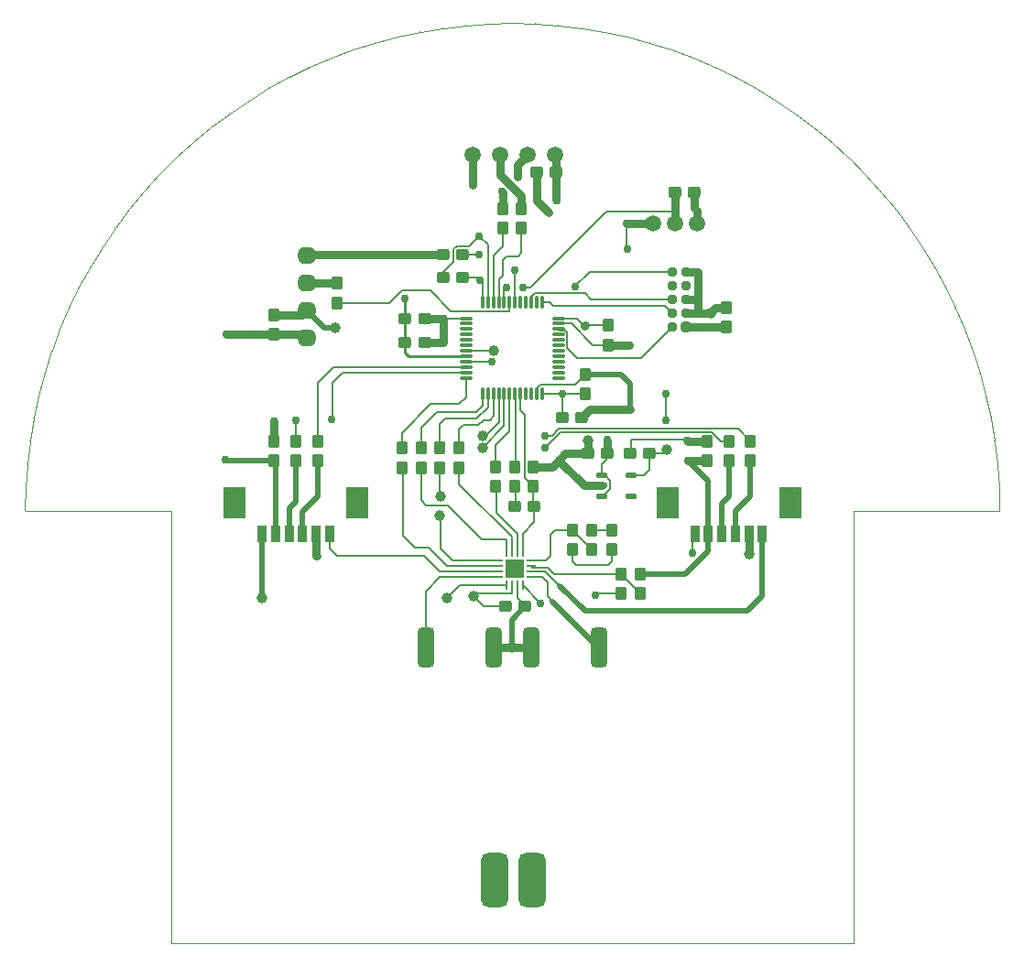
<source format=gtl>
%FSLAX25Y25*%
%MOIN*%
G70*
G01*
G75*
G04 Layer_Physical_Order=1*
G04 Layer_Color=255*
G04:AMPARAMS|DCode=10|XSize=41.34mil|YSize=47.24mil|CornerRadius=10.34mil|HoleSize=0mil|Usage=FLASHONLY|Rotation=0.000|XOffset=0mil|YOffset=0mil|HoleType=Round|Shape=RoundedRectangle|*
%AMROUNDEDRECTD10*
21,1,0.04134,0.02658,0,0,0.0*
21,1,0.02067,0.04724,0,0,0.0*
1,1,0.02067,0.01034,-0.01329*
1,1,0.02067,-0.01034,-0.01329*
1,1,0.02067,-0.01034,0.01329*
1,1,0.02067,0.01034,0.01329*
%
%ADD10ROUNDEDRECTD10*%
G04:AMPARAMS|DCode=11|XSize=41.34mil|YSize=47.24mil|CornerRadius=10.34mil|HoleSize=0mil|Usage=FLASHONLY|Rotation=270.000|XOffset=0mil|YOffset=0mil|HoleType=Round|Shape=RoundedRectangle|*
%AMROUNDEDRECTD11*
21,1,0.04134,0.02658,0,0,270.0*
21,1,0.02067,0.04724,0,0,270.0*
1,1,0.02067,-0.01329,-0.01034*
1,1,0.02067,-0.01329,0.01034*
1,1,0.02067,0.01329,0.01034*
1,1,0.02067,0.01329,-0.01034*
%
%ADD11ROUNDEDRECTD11*%
%ADD12R,0.07087X0.07087*%
%ADD13O,0.00984X0.03543*%
%ADD14O,0.03543X0.00984*%
G04:AMPARAMS|DCode=15|XSize=21.65mil|YSize=39.37mil|CornerRadius=5.41mil|HoleSize=0mil|Usage=FLASHONLY|Rotation=270.000|XOffset=0mil|YOffset=0mil|HoleType=Round|Shape=RoundedRectangle|*
%AMROUNDEDRECTD15*
21,1,0.02165,0.02854,0,0,270.0*
21,1,0.01083,0.03937,0,0,270.0*
1,1,0.01083,-0.01427,-0.00541*
1,1,0.01083,-0.01427,0.00541*
1,1,0.01083,0.01427,0.00541*
1,1,0.01083,0.01427,-0.00541*
%
%ADD15ROUNDEDRECTD15*%
G04:AMPARAMS|DCode=16|XSize=145.67mil|YSize=59.06mil|CornerRadius=14.76mil|HoleSize=0mil|Usage=FLASHONLY|Rotation=270.000|XOffset=0mil|YOffset=0mil|HoleType=Round|Shape=RoundedRectangle|*
%AMROUNDEDRECTD16*
21,1,0.14567,0.02953,0,0,270.0*
21,1,0.11614,0.05906,0,0,270.0*
1,1,0.02953,-0.01476,-0.05807*
1,1,0.02953,-0.01476,0.05807*
1,1,0.02953,0.01476,0.05807*
1,1,0.02953,0.01476,-0.05807*
%
%ADD16ROUNDEDRECTD16*%
%ADD17R,0.03189X0.06299*%
%ADD18R,0.08268X0.11811*%
G04:AMPARAMS|DCode=19|XSize=41.34mil|YSize=47.24mil|CornerRadius=10.34mil|HoleSize=0mil|Usage=FLASHONLY|Rotation=360.000|XOffset=0mil|YOffset=0mil|HoleType=Round|Shape=RoundedRectangle|*
%AMROUNDEDRECTD19*
21,1,0.04134,0.02658,0,0,360.0*
21,1,0.02067,0.04724,0,0,360.0*
1,1,0.02067,0.01034,-0.01329*
1,1,0.02067,-0.01034,-0.01329*
1,1,0.02067,-0.01034,0.01329*
1,1,0.02067,0.01034,0.01329*
%
%ADD19ROUNDEDRECTD19*%
G04:AMPARAMS|DCode=20|XSize=98.43mil|YSize=196.85mil|CornerRadius=24.61mil|HoleSize=0mil|Usage=FLASHONLY|Rotation=180.000|XOffset=0mil|YOffset=0mil|HoleType=Round|Shape=RoundedRectangle|*
%AMROUNDEDRECTD20*
21,1,0.09843,0.14764,0,0,180.0*
21,1,0.04921,0.19685,0,0,180.0*
1,1,0.04921,-0.02461,0.07382*
1,1,0.04921,0.02461,0.07382*
1,1,0.04921,0.02461,-0.07382*
1,1,0.04921,-0.02461,-0.07382*
%
%ADD20ROUNDEDRECTD20*%
%ADD21C,0.05906*%
G04:AMPARAMS|DCode=22|XSize=11.81mil|YSize=47.24mil|CornerRadius=2.95mil|HoleSize=0mil|Usage=FLASHONLY|Rotation=180.000|XOffset=0mil|YOffset=0mil|HoleType=Round|Shape=RoundedRectangle|*
%AMROUNDEDRECTD22*
21,1,0.01181,0.04134,0,0,180.0*
21,1,0.00591,0.04724,0,0,180.0*
1,1,0.00591,-0.00295,0.02067*
1,1,0.00591,0.00295,0.02067*
1,1,0.00591,0.00295,-0.02067*
1,1,0.00591,-0.00295,-0.02067*
%
%ADD22ROUNDEDRECTD22*%
G04:AMPARAMS|DCode=23|XSize=11.81mil|YSize=47.24mil|CornerRadius=2.95mil|HoleSize=0mil|Usage=FLASHONLY|Rotation=90.000|XOffset=0mil|YOffset=0mil|HoleType=Round|Shape=RoundedRectangle|*
%AMROUNDEDRECTD23*
21,1,0.01181,0.04134,0,0,90.0*
21,1,0.00591,0.04724,0,0,90.0*
1,1,0.00591,0.02067,0.00295*
1,1,0.00591,0.02067,-0.00295*
1,1,0.00591,-0.02067,-0.00295*
1,1,0.00591,-0.02067,0.00295*
%
%ADD23ROUNDEDRECTD23*%
%ADD24C,0.00787*%
%ADD25C,0.01969*%
%ADD26C,0.03150*%
%ADD27C,0.00984*%
%ADD28C,0.00394*%
%ADD29C,0.00394*%
%ADD30O,0.07087X0.06299*%
G04:AMPARAMS|DCode=31|XSize=37.4mil|YSize=37.4mil|CornerRadius=9.35mil|HoleSize=0mil|Usage=FLASHONLY|Rotation=90.000|XOffset=0mil|YOffset=0mil|HoleType=Round|Shape=RoundedRectangle|*
%AMROUNDEDRECTD31*
21,1,0.03740,0.01870,0,0,90.0*
21,1,0.01870,0.03740,0,0,90.0*
1,1,0.01870,0.00935,0.00935*
1,1,0.01870,0.00935,-0.00935*
1,1,0.01870,-0.00935,-0.00935*
1,1,0.01870,-0.00935,0.00935*
%
%ADD31ROUNDEDRECTD31*%
%ADD32C,0.03740*%
%ADD33C,0.02953*%
%ADD34C,0.03937*%
%ADD35C,0.01969*%
D10*
X29035Y150197D02*
D03*
Y143110D02*
D03*
X21850Y143110D02*
D03*
Y150197D02*
D03*
X46555Y127067D02*
D03*
Y134153D02*
D03*
X7677Y173228D02*
D03*
Y166142D02*
D03*
X39469Y127067D02*
D03*
Y134153D02*
D03*
X36122Y143110D02*
D03*
Y150197D02*
D03*
X-86713Y228642D02*
D03*
Y221555D02*
D03*
X-63878Y232972D02*
D03*
Y240059D02*
D03*
X86614Y182677D02*
D03*
Y175591D02*
D03*
X78740Y182677D02*
D03*
Y175591D02*
D03*
X70866Y182677D02*
D03*
Y175591D02*
D03*
X-70866Y182677D02*
D03*
Y175591D02*
D03*
X-86614Y182677D02*
D03*
Y175591D02*
D03*
X3347Y260236D02*
D03*
Y267323D02*
D03*
X-3445Y267323D02*
D03*
Y260236D02*
D03*
X984Y166142D02*
D03*
Y173228D02*
D03*
X-6004Y166142D02*
D03*
Y173228D02*
D03*
X-19390Y173031D02*
D03*
Y180118D02*
D03*
X-26280Y173031D02*
D03*
Y180118D02*
D03*
X-33169Y173031D02*
D03*
Y180118D02*
D03*
X-40059Y173031D02*
D03*
Y180118D02*
D03*
X77756Y224213D02*
D03*
Y231299D02*
D03*
X34843Y224803D02*
D03*
Y217717D02*
D03*
X26476Y199803D02*
D03*
Y206890D02*
D03*
D11*
X4528Y122441D02*
D03*
X-2559D02*
D03*
X7874Y158957D02*
D03*
X787D02*
D03*
X42815Y178051D02*
D03*
X49902D02*
D03*
X27461D02*
D03*
X34547D02*
D03*
X8957Y280413D02*
D03*
X16043D02*
D03*
X-25197Y250689D02*
D03*
X-18110D02*
D03*
X66339Y273228D02*
D03*
X59252D02*
D03*
X-31890Y227362D02*
D03*
X-38976D02*
D03*
X-31890Y218504D02*
D03*
X-38976D02*
D03*
X-18110Y242323D02*
D03*
X-25197D02*
D03*
X18209Y191339D02*
D03*
X25295D02*
D03*
D12*
X787Y136122D02*
D03*
D13*
X-2165Y142126D02*
D03*
X-197D02*
D03*
X1772D02*
D03*
X3740D02*
D03*
Y130118D02*
D03*
X1772D02*
D03*
X-197D02*
D03*
X-2165D02*
D03*
D14*
X6791Y139075D02*
D03*
Y137106D02*
D03*
Y135138D02*
D03*
Y133169D02*
D03*
X-5217D02*
D03*
Y135138D02*
D03*
Y137106D02*
D03*
Y139075D02*
D03*
D15*
X43307Y170177D02*
D03*
Y162697D02*
D03*
X32677D02*
D03*
Y166437D02*
D03*
Y170177D02*
D03*
D16*
X-31496Y107579D02*
D03*
X-6890D02*
D03*
X31496D02*
D03*
X6890D02*
D03*
D17*
X66437Y148937D02*
D03*
X71358D02*
D03*
X81201D02*
D03*
X91043D02*
D03*
X86122D02*
D03*
X76279D02*
D03*
X-91043D02*
D03*
X-86122D02*
D03*
X-76279D02*
D03*
X-66437D02*
D03*
X-71358D02*
D03*
X-81201D02*
D03*
D18*
X101083Y160354D02*
D03*
X56398D02*
D03*
X-56398D02*
D03*
X-101083D02*
D03*
D19*
X-78740Y182677D02*
D03*
Y175591D02*
D03*
D20*
X-6476Y23031D02*
D03*
X7303D02*
D03*
D21*
X67224Y262008D02*
D03*
X59301Y261811D02*
D03*
X51378Y261910D02*
D03*
X-14410Y287008D02*
D03*
X-4409D02*
D03*
X5591D02*
D03*
X15590D02*
D03*
X-4587Y23031D02*
D03*
X5413D02*
D03*
D22*
X-10827Y233268D02*
D03*
X-8858D02*
D03*
X-6890D02*
D03*
X-4921D02*
D03*
X-2953D02*
D03*
X984D02*
D03*
X2953D02*
D03*
X4921D02*
D03*
X6890D02*
D03*
X8858D02*
D03*
X10827D02*
D03*
Y199803D02*
D03*
X8858D02*
D03*
X6890D02*
D03*
X4921D02*
D03*
X2953D02*
D03*
X984D02*
D03*
X-984D02*
D03*
X-2953D02*
D03*
X-4921D02*
D03*
X-6890D02*
D03*
X-8858D02*
D03*
X-10827D02*
D03*
X-984Y233268D02*
D03*
D23*
X16732Y227362D02*
D03*
Y225394D02*
D03*
Y223425D02*
D03*
Y221457D02*
D03*
Y219488D02*
D03*
Y217520D02*
D03*
Y213583D02*
D03*
Y209646D02*
D03*
Y207677D02*
D03*
Y205709D02*
D03*
X-16732D02*
D03*
Y207677D02*
D03*
Y209646D02*
D03*
Y211614D02*
D03*
Y213583D02*
D03*
Y215551D02*
D03*
Y217520D02*
D03*
Y219488D02*
D03*
Y221457D02*
D03*
Y223425D02*
D03*
Y225394D02*
D03*
Y227362D02*
D03*
X16732Y215551D02*
D03*
Y211614D02*
D03*
D24*
X55908Y190167D02*
X56004Y190262D01*
Y199803D01*
X49902Y178051D02*
X56201D01*
Y179528D01*
X-26083Y143504D02*
Y155610D01*
Y143504D02*
X-21654Y139075D01*
X49902Y172343D02*
Y178051D01*
X47736Y170177D02*
X49902Y172343D01*
X43307Y170177D02*
X47736D01*
X42618Y217717D02*
X42717Y217618D01*
X29134Y217717D02*
X34843D01*
X21457Y225394D02*
X29134Y217717D01*
X12795Y126083D02*
X14665Y124213D01*
X11811Y135138D02*
X17126Y129823D01*
X6791Y135138D02*
X11811D01*
X3740Y130118D02*
X10335Y123524D01*
X65653Y141838D02*
Y148153D01*
X10242Y123431D02*
X10335Y123524D01*
X30217Y127067D02*
X39469D01*
X28110Y244350D02*
X58130D01*
X22687Y238927D02*
X28110Y244350D01*
X8074Y236516D02*
X26476D01*
X-6999Y215551D02*
X-6890Y215660D01*
X-7579Y211614D02*
X-7480Y211713D01*
X-16732Y211614D02*
X-7579D01*
X26476Y236516D02*
X28642Y234350D01*
X10827Y233268D02*
X13484D01*
X55492Y231988D02*
X58130Y229350D01*
X14764Y231988D02*
X55492D01*
X13484Y233268D02*
X14764Y231988D01*
X6791Y233169D02*
Y235233D01*
X8074Y236516D01*
X3937Y238583D02*
X6583D01*
X34339Y266339D01*
X984Y233268D02*
Y244980D01*
X-2953Y237413D02*
X-1969Y238398D01*
X43110Y183071D02*
X63386D01*
X43110Y178347D02*
Y183071D01*
X42815Y178051D02*
X43110Y178347D01*
X-26280Y162500D02*
X-26181Y162402D01*
X-26280Y162500D02*
Y173031D01*
X-33268Y161122D02*
Y172933D01*
Y161122D02*
X-31398Y159252D01*
X-23327D01*
X-11122Y147047D01*
X-2165D01*
X-21654Y139075D02*
X-5217D01*
X-2165Y142126D02*
Y147047D01*
X-23622Y125689D02*
X-19193Y130118D01*
X-2165D01*
X6791Y137106D02*
X7382Y136516D01*
X12735D01*
X15097Y134153D01*
X39469D01*
X46555Y127067D01*
X46555D01*
X-12795Y242323D02*
X-11811Y241339D01*
X46772Y212992D02*
X58130Y224350D01*
X23622Y212992D02*
X46772D01*
X19980Y216634D02*
X23622Y212992D01*
X19980Y216634D02*
Y222241D01*
X19288Y222933D02*
X19980Y222241D01*
X17224Y222933D02*
X19288D01*
X16732Y223425D02*
X17224Y222933D01*
X16732Y225394D02*
X21457D01*
X28642Y234350D02*
X58130D01*
X-2165Y249902D02*
X2165D01*
X3347Y251083D01*
X-3445Y248622D02*
X-2165Y249902D01*
X34339Y266339D02*
X59252D01*
X-2953Y233268D02*
Y237413D01*
X-15650Y253642D02*
X-12008Y257283D01*
X-20234Y253642D02*
X-15650D01*
X-21358Y252517D02*
X-20234Y253642D01*
X-21358Y247933D02*
Y252517D01*
X-25197Y244094D02*
X-21358Y247933D01*
X-25197Y242323D02*
Y244094D01*
X23720Y227362D02*
X26378Y224705D01*
X26476Y224803D02*
X34843D01*
X-25197Y218504D02*
X-25098Y218602D01*
X41634Y252723D02*
Y261910D01*
Y252723D02*
X41732Y252624D01*
X16732Y227362D02*
X23720D01*
X-44785Y232972D02*
X-40257Y237500D01*
X-29920D01*
X-22440Y230020D01*
X-40256Y180118D02*
Y185630D01*
X-16929Y198622D02*
Y205512D01*
X-3445Y253543D02*
Y260236D01*
X3347Y251083D02*
Y260236D01*
X-4921Y233268D02*
Y241535D01*
X-3445Y243012D01*
Y248622D01*
X-6791Y250197D02*
X-3445Y253543D01*
X-6791Y233366D02*
Y250197D01*
X-8858Y194980D02*
Y199803D01*
X-12303Y188583D02*
X-10531Y190354D01*
X-8268D01*
X-6890Y191732D01*
Y199803D01*
X-27559Y193307D02*
X-12992D01*
X-10827Y195472D01*
Y199803D01*
X-33169Y180118D02*
Y187697D01*
X-27559Y193307D01*
X-12992Y190847D02*
X-8858Y194980D01*
X-24311Y190847D02*
X-12992D01*
X-26280Y188878D02*
X-24311Y190847D01*
X-26280Y180118D02*
Y188878D01*
X-40256Y185630D02*
X-29626Y196260D01*
X-19291D01*
X-16929Y198622D01*
X-19390Y186811D02*
X-17618Y188583D01*
X-12303D01*
X-19390Y180118D02*
Y186811D01*
X2953Y199803D02*
X3051Y199705D01*
X-18110Y250689D02*
X-12106D01*
X18209Y191339D02*
Y199803D01*
X26476D01*
X10827D02*
X18209D01*
X10827Y199803D02*
X10827Y199803D01*
X-70866Y182677D02*
Y203740D01*
X-64961Y209646D01*
X-16732D01*
X-61614Y207677D02*
X-16732D01*
X-65551Y203740D02*
X-61614Y207677D01*
X-65551Y190650D02*
Y203740D01*
X-65650Y190551D02*
X-65551Y190650D01*
X-78642Y182776D02*
Y190157D01*
X-78740Y182677D02*
X-78642Y182776D01*
X-76349Y228642D02*
X-74735Y230256D01*
X-64075Y240256D02*
X-63878Y240059D01*
X-2953Y188091D02*
Y199803D01*
X-984Y186319D02*
Y199803D01*
X-6004Y173228D02*
Y181299D01*
X984Y199803D02*
X1181Y199606D01*
Y173425D02*
Y199606D01*
X2953Y193799D02*
Y199803D01*
X-10827Y180217D02*
X-2953Y188091D01*
X-10729Y184655D02*
X-10326D01*
X-4921Y189567D02*
Y199803D01*
X-9833Y184655D02*
X-4921Y189567D01*
X32677Y170177D02*
Y174311D01*
X34547Y176181D01*
X32677Y162697D02*
X32924D01*
X35531Y165305D01*
Y168381D01*
X33736Y170177D02*
X35531Y168381D01*
X32677Y170177D02*
X33736D01*
X3740Y142126D02*
Y146161D01*
X1378Y159055D02*
Y165748D01*
X3740Y148917D02*
X7874Y153051D01*
X3740Y146161D02*
Y148917D01*
X7874Y153051D02*
Y158957D01*
X4626Y169193D02*
X7677Y166142D01*
X4626Y169193D02*
Y192126D01*
X7677Y158661D02*
Y166142D01*
X2953Y193799D02*
X4626Y192126D01*
X-31496Y107579D02*
Y127953D01*
X-26280Y133169D01*
X-5217D01*
X10925D02*
X12795Y131299D01*
X6791Y133169D02*
X10925D01*
X-2559Y122441D02*
Y123031D01*
X1772Y125394D02*
Y130118D01*
Y125394D02*
X4528Y122638D01*
X1772Y142126D02*
Y148917D01*
X-5906Y156595D02*
X1772Y148917D01*
X-5906Y156595D02*
Y166043D01*
X-197Y142126D02*
Y147835D01*
X-19390Y167027D02*
X-197Y147835D01*
X-26476Y135138D02*
X-5217D01*
X-32087Y140748D02*
X-26476Y135138D01*
X-63681Y140748D02*
X-32087D01*
X-66437Y143504D02*
X-63681Y140748D01*
X-66437Y143504D02*
Y148937D01*
X-6004Y181299D02*
X-984Y186319D01*
X-6004Y181299D02*
X-6004D01*
X-19390Y167027D02*
Y173031D01*
X-23819Y137106D02*
X-5217D01*
X-40157Y172933D02*
X-40059Y173031D01*
X-30512Y143799D02*
X-23819Y137106D01*
X-35433Y143799D02*
X-30512D01*
X-39862Y148228D02*
X-35433Y143799D01*
X-39862Y148228D02*
Y172835D01*
X-40059Y173031D02*
X-39862Y172835D01*
X29035Y150197D02*
X36122D01*
X21850Y138779D02*
Y143110D01*
Y138779D02*
X23130Y137500D01*
X34843D01*
X36122Y138779D01*
Y143110D01*
X21850Y150197D02*
X21949D01*
X29035Y143110D01*
X6791Y139075D02*
X12106D01*
X13780Y140748D01*
Y148386D01*
X15590Y150197D01*
X21850D01*
X-63878Y232972D02*
X-44785D01*
X-984Y230020D02*
Y233268D01*
X-22440Y230020D02*
X-984D01*
X-16732Y215551D02*
X-6999D01*
X-25098Y227362D02*
X-16732D01*
X12795Y126083D02*
Y131299D01*
X8858Y199803D02*
X9350Y200295D01*
Y202359D01*
X10180Y203189D01*
X22776D01*
X26476Y206890D01*
X-8858Y233268D02*
Y254134D01*
X-12008Y257283D02*
X-8858Y254134D01*
X-10827Y233268D02*
Y240354D01*
X-11811Y241339D02*
X-10827Y240354D01*
X-18110Y242323D02*
X-12795D01*
X72695Y185925D02*
X75943Y182677D01*
X17520Y185925D02*
X72695D01*
X75943Y182677D02*
X78740D01*
X11811Y180217D02*
X17520Y185925D01*
X16990Y187205D02*
X82087D01*
X14440Y184655D02*
X16990Y187205D01*
X11909Y184655D02*
X14440D01*
X82087Y187205D02*
X86614Y182677D01*
X-197Y127264D02*
Y130118D01*
X-10335Y122441D02*
X-2559D01*
X-14075Y126181D02*
X-10335Y122441D01*
X-14075Y126181D02*
X-12992Y127264D01*
X-197D01*
D25*
X42815Y194291D02*
Y203642D01*
X-74735Y230256D02*
X-68495Y224016D01*
X-64468D01*
X14665Y124213D02*
X31299Y107579D01*
X31496D01*
X26575Y120768D02*
X85433D01*
X17323Y130020D02*
X26575Y120768D01*
X85433D02*
X91043Y126378D01*
X-91043Y125689D02*
Y148937D01*
X-104134Y175591D02*
X-86614D01*
X-104429Y175886D02*
X-104232Y175689D01*
X-86614Y175591D02*
X-86122Y175098D01*
Y148937D02*
Y175098D01*
X71358Y142618D02*
Y148937D01*
X62894Y134153D02*
X71358Y142618D01*
X46555Y134153D02*
X62894D01*
X39567Y206890D02*
X42815Y203642D01*
X26476Y206890D02*
X39567D01*
X63976Y175492D02*
X71358Y168110D01*
Y148937D02*
Y168110D01*
X91043Y126378D02*
Y148937D01*
X-70866Y162598D02*
Y175591D01*
X-76476Y156988D02*
X-70866Y162598D01*
X-76476Y149134D02*
Y156988D01*
X-78740Y160531D02*
Y175591D01*
X-81201Y158071D02*
X-78740Y160531D01*
X-81201Y148937D02*
Y158071D01*
X78740Y162500D02*
Y175591D01*
X76181Y159941D02*
X78740Y162500D01*
X76181Y149035D02*
X76279Y148937D01*
X76181Y149035D02*
Y159941D01*
X86614Y162500D02*
Y175591D01*
X81201Y157087D02*
X86614Y162500D01*
X81201Y148937D02*
Y157087D01*
X-197Y117717D02*
X4528Y122441D01*
X-197Y107579D02*
Y117717D01*
D26*
X28248Y194291D02*
X42815D01*
X25295Y191339D02*
X28248Y194291D01*
X34843Y217717D02*
X42618D01*
X27461Y182972D02*
X27461Y182972D01*
X27461Y178051D02*
Y182972D01*
X63130Y224350D02*
X77618D01*
X59301Y261811D02*
Y273179D01*
X-86811Y189764D02*
X-86614Y189567D01*
Y182677D02*
Y189567D01*
X-86713Y221555D02*
X-76034D01*
X42815Y178051D02*
X43155D01*
X-31890Y218504D02*
X-25197D01*
X72067Y229350D02*
X74016Y231299D01*
X77756D01*
X-74302Y250689D02*
X-25197D01*
X-3543Y267421D02*
X-3445Y267323D01*
X3347Y267323D02*
Y271752D01*
X1772Y283189D02*
X5591Y287008D01*
X1772Y279034D02*
Y283189D01*
X-4409Y279508D02*
Y287008D01*
Y279508D02*
X3347Y271752D01*
X41634Y261910D02*
X51378D01*
X-74735Y240256D02*
X-64075D01*
X66339Y267520D02*
Y273228D01*
X67224Y262008D02*
Y266634D01*
X-31890Y227362D02*
X-25098D01*
Y218602D02*
Y227362D01*
X-14410Y275925D02*
Y287008D01*
Y275925D02*
X-14370Y275886D01*
X8957Y270079D02*
Y280413D01*
X16043D02*
Y286555D01*
X86122Y148721D02*
Y148937D01*
Y148721D02*
X86221Y148622D01*
Y141535D02*
Y148622D01*
X63779Y182677D02*
X70866D01*
X64075Y175591D02*
X70866D01*
X63976Y175492D02*
X64075Y175591D01*
X26378Y224705D02*
X26476Y224803D01*
X7677Y173228D02*
X14567D01*
X16929Y175591D01*
X19390Y178051D02*
X27461D01*
X16929Y175591D02*
X19390Y178051D01*
X-86713Y228642D02*
X-76349D01*
X-104134Y221555D02*
X-86713D01*
X-71358Y140945D02*
Y148937D01*
Y140945D02*
X-71260Y140847D01*
X26083Y166437D02*
X32677D01*
X16929Y175591D02*
X26083Y166437D01*
X-6890Y107579D02*
X-197D01*
X6890D01*
X63130Y229350D02*
X67716D01*
X72067D01*
X63130Y234350D02*
X67618D01*
X67716Y229350D02*
Y244193D01*
X67559Y244350D02*
X67716Y244193D01*
X63130Y244350D02*
X67559D01*
X34547Y178051D02*
Y182973D01*
X-3445Y267323D02*
Y273327D01*
X8957Y270079D02*
X13091Y265945D01*
X16043Y270472D02*
Y280413D01*
D27*
X-38976Y214862D02*
X-37795Y213681D01*
Y213583D02*
Y213681D01*
Y213583D02*
X-16732D01*
X-38976Y214862D02*
Y218504D01*
Y227362D01*
Y234547D01*
D28*
X95893Y306684D02*
G03*
X95885Y306690I-110J-163D01*
G01*
X95894Y306684D02*
G03*
X95885Y306690I-111J-162D01*
G01*
X88685Y311078D02*
G03*
X88677Y311083I-103J-168D01*
G01*
X102884Y301953D02*
G03*
X102876Y301958I-118J-158D01*
G01*
X102884Y301953D02*
G03*
X102875Y301959I-118J-158D01*
G01*
X81269Y315128D02*
G03*
X81267Y315129I-87J-177D01*
G01*
X81276Y315124D02*
G03*
X81269Y315128I-94J-173D01*
G01*
X81276Y315124D02*
G03*
X81268Y315128I-94J-173D01*
G01*
X73682Y318813D02*
G03*
X73675Y318817I-85J-178D01*
G01*
X73684Y318812D02*
G03*
X73682Y318813I-87J-177D01*
G01*
X73683Y318813D02*
G03*
X73675Y318817I-86J-177D01*
G01*
X88685Y311078D02*
G03*
X88677Y311083I-103J-168D01*
G01*
X122397Y285840D02*
G03*
X122390Y285847I-139J-139D01*
G01*
X128366Y279872D02*
G03*
X128360Y279878I-145J-133D01*
G01*
X128367Y279870D02*
G03*
X128366Y279872I-146J-132D01*
G01*
X122391Y285846D02*
G03*
X122390Y285847I-133J-145D01*
G01*
X122397Y285840D02*
G03*
X122391Y285846I-139J-139D01*
G01*
X134045Y273624D02*
G03*
X134038Y273631I-152J-125D01*
G01*
X128366Y279871D02*
G03*
X128360Y279878I-146J-132D01*
G01*
X109642Y296894D02*
G03*
X109634Y296899I-125J-152D01*
G01*
X109642Y296894D02*
G03*
X109634Y296899I-125J-152D01*
G01*
X116150Y291519D02*
G03*
X116144Y291525I-132J-146D01*
G01*
X116152Y291518D02*
G03*
X116150Y291519I-133J-145D01*
G01*
X116151Y291519D02*
G03*
X116144Y291525I-132J-146D01*
G01*
X25247Y333036D02*
G03*
X25236Y333038I-34J-194D01*
G01*
X25246Y333037D02*
G03*
X25236Y333038I-33J-194D01*
G01*
X16864Y334039D02*
G03*
X16855Y334040I-23J-196D01*
G01*
X33570Y331637D02*
G03*
X33561Y331638I-42J-192D01*
G01*
X33571Y331637D02*
G03*
X33570Y331637I-42J-192D01*
G01*
X33571Y331637D02*
G03*
X33560Y331639I-42J-192D01*
G01*
X8444Y334641D02*
G03*
X8433Y334642I-14J-196D01*
G01*
X8444Y334641D02*
G03*
X8434Y334642I-14J-196D01*
G01*
X6Y334842D02*
G03*
X-5Y334843I-6J-197D01*
G01*
X16864Y334039D02*
G03*
X16855Y334040I-23J-196D01*
G01*
X58013Y325086D02*
G03*
X58005Y325089I-68J-185D01*
G01*
X58015Y325086D02*
G03*
X58013Y325086I-69J-184D01*
G01*
X65923Y322136D02*
G03*
X65914Y322140I-78J-181D01*
G01*
X58014Y325086D02*
G03*
X58005Y325089I-69J-184D01*
G01*
X65915Y322139D02*
G03*
X65914Y322140I-69J-184D01*
G01*
X65923Y322136D02*
G03*
X65915Y322139I-78J-181D01*
G01*
X41819Y329842D02*
G03*
X41810Y329844I-51J-190D01*
G01*
X41820Y329842D02*
G03*
X41819Y329842I-51J-190D01*
G01*
X41819Y329842D02*
G03*
X41810Y329844I-51J-190D01*
G01*
X49973Y327657D02*
G03*
X49964Y327660I-60J-188D01*
G01*
X49964Y327659D02*
G03*
X49964Y327660I-51J-190D01*
G01*
X49973Y327657D02*
G03*
X49964Y327659I-60J-188D01*
G01*
X172364Y199291D02*
G03*
X172362Y199300I-192J-42D01*
G01*
X172364Y199290D02*
G03*
X172364Y199291I-192J-42D01*
G01*
X170179Y207445D02*
G03*
X170176Y207454I-190J-51D01*
G01*
X170179Y207444D02*
G03*
X170179Y207445I-190J-51D01*
G01*
X172362Y199299D02*
G03*
X172362Y199300I-190J-51D01*
G01*
X172364Y199291D02*
G03*
X172362Y199299I-192J-42D01*
G01*
X174158Y191041D02*
G03*
X174156Y191051I-194J-32D01*
G01*
X174158Y191042D02*
G03*
X174156Y191051I-194J-33D01*
G01*
X167609Y215485D02*
G03*
X167606Y215494I-188J-60D01*
G01*
X167606Y215494D02*
G03*
X167606Y215495I-185J-68D01*
G01*
X167609Y215485D02*
G03*
X167606Y215494I-188J-60D01*
G01*
X164659Y223395D02*
G03*
X164656Y223404I-184J-69D01*
G01*
X164659Y223394D02*
G03*
X164659Y223395I-185J-68D01*
G01*
X170179Y207445D02*
G03*
X170176Y207454I-190J-51D01*
G01*
X177162Y165914D02*
G03*
X177161Y165924I-197J-3D01*
G01*
X177162Y165910D02*
G03*
X177162Y165914I-197J0D01*
G01*
X176560Y174335D02*
G03*
X176559Y174344I-196J-14D01*
G01*
X177162Y165915D02*
G03*
X177161Y165924I-197J-5D01*
G01*
X177362Y157480D02*
G03*
X177362Y157485I-197J0D01*
G01*
X177362Y157480D02*
G03*
X177362Y157486I-197J0D01*
G01*
X177165Y157283D02*
G03*
X177362Y157480I0J197D01*
G01*
X177165Y157283D02*
G03*
X177362Y157480I0J197D01*
G01*
X175558Y182717D02*
G03*
X175556Y182726I-196J-23D01*
G01*
X176560Y174335D02*
G03*
X176559Y174344I-196J-14D01*
G01*
X175558Y182717D02*
G03*
X175556Y182727I-196J-23D01*
G01*
X149209Y253366D02*
G03*
X149203Y253375I-168J-103D01*
G01*
X149209Y253366D02*
G03*
X149204Y253374I-168J-103D01*
G01*
X144478Y260356D02*
G03*
X144472Y260364I-164J-109D01*
G01*
X153603Y246157D02*
G03*
X153598Y246165I-173J-94D01*
G01*
X153603Y246157D02*
G03*
X153598Y246165I-173J-94D01*
G01*
X139419Y267115D02*
G03*
X139413Y267122I-158J-118D01*
G01*
X139419Y267115D02*
G03*
X139413Y267122I-158J-118D01*
G01*
X134039Y273631D02*
G03*
X134038Y273632I-146J-132D01*
G01*
X134045Y273624D02*
G03*
X134039Y273631I-152J-125D01*
G01*
X144478Y260357D02*
G03*
X144472Y260364I-163J-110D01*
G01*
X161333Y231163D02*
G03*
X161332Y231164I-178J-85D01*
G01*
X161336Y231155D02*
G03*
X161333Y231163I-181J-78D01*
G01*
X161336Y231155D02*
G03*
X161332Y231164I-181J-78D01*
G01*
X157648Y238749D02*
G03*
X157644Y238757I-177J-87D01*
G01*
X157648Y238747D02*
G03*
X157648Y238749I-178J-85D01*
G01*
X164659Y223395D02*
G03*
X164656Y223404I-184J-69D01*
G01*
X157648Y238748D02*
G03*
X157644Y238757I-177J-86D01*
G01*
X124016Y-197D02*
G03*
X124213Y0I0J197D01*
G01*
X124016Y-197D02*
G03*
X124213Y0I0J197D01*
G01*
X5Y334843D02*
G03*
X-6Y334842I-5J-197D01*
G01*
X-8433Y334642D02*
G03*
X-8444Y334641I3J-197D01*
G01*
X-8435Y334642D02*
G03*
X-8444Y334641I5J-197D01*
G01*
X-16855Y334040D02*
G03*
X-16864Y334039I14J-196D01*
G01*
X-16855Y334040D02*
G03*
X-16864Y334039I14J-196D01*
G01*
X-25237Y333038D02*
G03*
X-25246Y333037I23J-196D01*
G01*
X-25237Y333038D02*
G03*
X-25247Y333036I23J-196D01*
G01*
X-33560Y331639D02*
G03*
X-33571Y331637I32J-194D01*
G01*
X-33562Y331638D02*
G03*
X-33571Y331637I33J-194D01*
G01*
X-41810Y329844D02*
G03*
X-41819Y329842I42J-192D01*
G01*
X-41819Y329842D02*
G03*
X-41820Y329842I51J-190D01*
G01*
X-41810Y329844D02*
G03*
X-41819Y329842I42J-192D01*
G01*
X-49965Y327659D02*
G03*
X-49973Y327657I51J-190D01*
G01*
X-49964Y327660D02*
G03*
X-49965Y327659I51J-190D01*
G01*
X-49964Y327660D02*
G03*
X-49973Y327657I51J-190D01*
G01*
X-58005Y325089D02*
G03*
X-58014Y325086I60J-188D01*
G01*
X-58013Y325086D02*
G03*
X-58015Y325086I68J-185D01*
G01*
X-58005Y325089D02*
G03*
X-58013Y325086I60J-188D01*
G01*
X-65915Y322139D02*
G03*
X-65923Y322136I69J-184D01*
G01*
X-65914Y322140D02*
G03*
X-65915Y322139I68J-185D01*
G01*
X-65915Y322139D02*
G03*
X-65923Y322136I69J-184D01*
G01*
X-73675Y318817D02*
G03*
X-73683Y318813I78J-181D01*
G01*
X-73682Y318813D02*
G03*
X-73684Y318812I85J-178D01*
G01*
X-73675Y318817D02*
G03*
X-73682Y318813I78J-181D01*
G01*
X-81269Y315128D02*
G03*
X-81276Y315124I87J-177D01*
G01*
X-81267Y315129D02*
G03*
X-81269Y315128I85J-178D01*
G01*
X-81268Y315128D02*
G03*
X-81276Y315124I86J-177D01*
G01*
X-88677Y311083D02*
G03*
X-88685Y311078I94J-173D01*
G01*
X-88677Y311083D02*
G03*
X-88685Y311078I94J-173D01*
G01*
X-95885Y306689D02*
G03*
X-95893Y306684I103J-168D01*
G01*
X-95885Y306689D02*
G03*
X-95894Y306684I103J-168D01*
G01*
X-102875Y301959D02*
G03*
X-102884Y301953I109J-164D01*
G01*
X-102876Y301958D02*
G03*
X-102884Y301953I110J-163D01*
G01*
X-109634Y296899D02*
G03*
X-109642Y296894I118J-158D01*
G01*
X-109634Y296899D02*
G03*
X-109642Y296894I118J-158D01*
G01*
X-116144Y291525D02*
G03*
X-116151Y291519I125J-152D01*
G01*
X-116150Y291519D02*
G03*
X-116152Y291518I132J-146D01*
G01*
X-116144Y291525D02*
G03*
X-116150Y291519I125J-152D01*
G01*
X-122391Y285846D02*
G03*
X-122397Y285840I133J-145D01*
G01*
X-122390Y285847D02*
G03*
X-122391Y285846I132J-146D01*
G01*
X-122391Y285847D02*
G03*
X-122397Y285840I132J-146D01*
G01*
X-128360Y279878D02*
G03*
X-128366Y279871I139J-139D01*
G01*
X-128366Y279872D02*
G03*
X-128367Y279870I145J-133D01*
G01*
X-128360Y279878D02*
G03*
X-128366Y279872I139J-139D01*
G01*
X-134039Y273631D02*
G03*
X-134045Y273624I146J-132D01*
G01*
X-134038Y273632D02*
G03*
X-134039Y273631I145J-133D01*
G01*
X-134038Y273631D02*
G03*
X-134045Y273624I146J-132D01*
G01*
X-139413Y267122D02*
G03*
X-139419Y267115I152J-125D01*
G01*
X-139413Y267122D02*
G03*
X-139419Y267115I152J-125D01*
G01*
X-144472Y260364D02*
G03*
X-144478Y260357I158J-118D01*
G01*
X-144472Y260364D02*
G03*
X-144478Y260356I158J-118D01*
G01*
X-149203Y253375D02*
G03*
X-149209Y253366I162J-111D01*
G01*
X-149204Y253374D02*
G03*
X-149209Y253366I163J-110D01*
G01*
X-153598Y246165D02*
G03*
X-153603Y246157I168J-103D01*
G01*
X-153598Y246165D02*
G03*
X-153603Y246157I168J-103D01*
G01*
X-124213Y-0D02*
G03*
X-124016Y-197I197J0D01*
G01*
X-124213Y-0D02*
G03*
X-124016Y-197I197J0D01*
G01*
X-157644Y238756D02*
G03*
X-157648Y238748I173J-94D01*
G01*
X-157648Y238749D02*
G03*
X-157649Y238747I177J-87D01*
G01*
X-157644Y238756D02*
G03*
X-157648Y238749I173J-94D01*
G01*
X-161333Y231163D02*
G03*
X-161336Y231155I178J-85D01*
G01*
X-161332Y231164D02*
G03*
X-161333Y231163I177J-87D01*
G01*
X-161332Y231164D02*
G03*
X-161336Y231155I177J-86D01*
G01*
X-164656Y223404D02*
G03*
X-164659Y223395I181J-78D01*
G01*
X-164659Y223395D02*
G03*
X-164659Y223394I184J-69D01*
G01*
X-164656Y223404D02*
G03*
X-164659Y223395I181J-78D01*
G01*
X-167606Y215494D02*
G03*
X-167609Y215485I185J-68D01*
G01*
X-167606Y215495D02*
G03*
X-167606Y215494I184J-69D01*
G01*
X-167606Y215494D02*
G03*
X-167609Y215485I184J-69D01*
G01*
X-170177Y207453D02*
G03*
X-170179Y207445I188J-60D01*
G01*
X-170179Y207445D02*
G03*
X-170179Y207444I190J-51D01*
G01*
X-170177Y207453D02*
G03*
X-170179Y207445I188J-60D01*
G01*
X-172362Y199299D02*
G03*
X-172364Y199291I190J-51D01*
G01*
X-172362Y199300D02*
G03*
X-172362Y199299I190J-51D01*
G01*
X-172364Y199291D02*
G03*
X-172364Y199290I192J-42D01*
G01*
X-172362Y199300D02*
G03*
X-172364Y199291I190J-51D01*
G01*
X-174156Y191051D02*
G03*
X-174158Y191042I192J-42D01*
G01*
X-174156Y191051D02*
G03*
X-174158Y191041I192J-42D01*
G01*
X-175556Y182727D02*
G03*
X-175558Y182717I194J-34D01*
G01*
X-175556Y182726D02*
G03*
X-175558Y182717I194J-33D01*
G01*
X-176559Y174344D02*
G03*
X-176560Y174335I196J-23D01*
G01*
X-176559Y174344D02*
G03*
X-176560Y174335I196J-23D01*
G01*
X-177161Y165924D02*
G03*
X-177162Y165915I196J-14D01*
G01*
X-177161Y165924D02*
G03*
X-177162Y165914I196J-14D01*
G01*
X-177362Y157485D02*
G03*
X-177165Y157283I197J-5D01*
G01*
X-177362Y157486D02*
G03*
X-177165Y157283I197J-6D01*
G01*
X88685Y311078D02*
X95885Y306690D01*
X102884Y301953D02*
X109634Y296899D01*
X102875Y301959D02*
X102876Y301958D01*
X95894Y306684D02*
X102875Y301959D01*
X95893Y306684D02*
X95894Y306684D01*
X81268Y315128D02*
X81269Y315128D01*
X81267Y315129D02*
X81268Y315128D01*
X73684Y318812D02*
X81267Y315129D01*
X73683Y318813D02*
X73684Y318812D01*
X73682Y318813D02*
X73683Y318813D01*
X81276Y315124D02*
X88677Y311083D01*
X122397Y285840D02*
X128360Y279878D01*
X122390Y285847D02*
X122391Y285846D01*
X122390Y285847D02*
X122390Y285847D01*
X116152Y291518D02*
X122390Y285847D01*
X116151Y291519D02*
X116152Y291518D01*
X116150Y291519D02*
X116151Y291519D01*
X128366Y279872D02*
X128366Y279871D01*
X128367Y279870D01*
X134038Y273632D01*
X134038Y273631D01*
X134039Y273631D01*
X109642Y296894D02*
X116144Y291525D01*
X16864Y334039D02*
X25236Y333038D01*
X41810Y329844D02*
X41810Y329844D01*
X41810Y329844D02*
X41810Y329844D01*
X33571Y331637D02*
X41810Y329844D01*
X33571Y331637D02*
X33571Y331637D01*
X33570Y331637D02*
X33571Y331637D01*
X33560Y331639D02*
X33561Y331638D01*
X25247Y333036D02*
X33560Y331639D01*
X25246Y333037D02*
X25247Y333036D01*
X8433Y334642D02*
X8434Y334642D01*
X6Y334842D02*
X8433Y334642D01*
X5Y334843D02*
X6Y334842D01*
X8444Y334641D02*
X16855Y334040D01*
X65914Y322140D02*
X65915Y322139D01*
X65914Y322140D02*
X65914Y322140D01*
X58015Y325086D02*
X65914Y322140D01*
X58014Y325086D02*
X58015Y325086D01*
X58013Y325086D02*
X58014Y325086D01*
X49973Y327657D02*
X58005Y325089D01*
X65923Y322136D02*
X73675Y318817D01*
X49964Y327660D02*
X49964Y327659D01*
X49964Y327660D02*
X49964Y327660D01*
X41820Y329842D02*
X49964Y327660D01*
X41819Y329842D02*
X41820Y329842D01*
X41819Y329842D02*
X41819Y329842D01*
X172364Y199291D02*
X172364Y199291D01*
X172364Y199290D01*
X174156Y191051D01*
X174156Y191051D01*
X174156Y191051D01*
X170179Y207445D02*
X170179Y207445D01*
X170179Y207444D01*
X172362Y199300D01*
X172362Y199300D01*
X172362Y199299D01*
X174158Y191042D02*
X174158Y191041D01*
X175556Y182727D01*
X175556Y182726D01*
X164659Y223395D02*
X164659Y223395D01*
X164659Y223394D01*
X167606Y215495D01*
X167606Y215494D01*
X167606Y215494D01*
X167609Y215485D02*
X170176Y207454D01*
X177162Y165915D02*
X177162Y165914D01*
X177362Y157486D01*
X177362Y157485D01*
X176560Y174335D02*
X177161Y165924D01*
X175558Y182717D02*
X176559Y174344D01*
X124213Y157283D02*
X177165Y157283D01*
X144478Y260357D02*
X144478Y260356D01*
X149203Y253375D01*
X149204Y253374D01*
X149209Y253366D02*
X153598Y246165D01*
X134045Y273624D02*
X139413Y267122D01*
X139419Y267115D02*
X144472Y260364D01*
X157648Y238749D02*
X157648Y238748D01*
X157648Y238747D01*
X161332Y231164D01*
X161332Y231164D01*
X161333Y231163D01*
X161336Y231155D02*
X164656Y223404D01*
X153603Y246157D02*
X157644Y238757D01*
X124213Y0D02*
Y157283D01*
X-6Y334842D02*
X-5Y334843D01*
X-8433Y334642D02*
X-6Y334842D01*
X-8435Y334642D02*
X-8433Y334642D01*
X-16855Y334040D02*
X-8444Y334641D01*
X-25237Y333038D02*
X-16864Y334039D01*
X-25247Y333036D02*
X-25246Y333037D01*
X-33560Y331639D02*
X-25247Y333036D01*
X-33562Y331638D02*
X-33560Y331639D01*
X-41810Y329844D02*
X-33571Y331637D01*
X-41819Y329842D02*
X-41819Y329842D01*
X-41820Y329842D02*
X-41819Y329842D01*
X-49964Y327660D02*
X-41820Y329842D01*
X-49964Y327660D02*
X-49964Y327660D01*
X-49965Y327659D02*
X-49964Y327660D01*
X-58005Y325089D02*
X-49973Y327657D01*
X-58014Y325086D02*
X-58013Y325086D01*
X-58015Y325086D02*
X-58014Y325086D01*
X-65914Y322140D02*
X-58015Y325086D01*
X-65915Y322139D02*
X-65914Y322140D01*
X-65915Y322139D02*
X-65915Y322139D01*
X-73675Y318817D02*
X-65923Y322136D01*
X-73683Y318813D02*
X-73682Y318813D01*
X-73684Y318812D02*
X-73683Y318813D01*
X-81267Y315129D02*
X-73684Y318812D01*
X-81268Y315128D02*
X-81267Y315129D01*
X-81269Y315128D02*
X-81268Y315128D01*
X-88677Y311083D02*
X-81276Y315124D01*
X-95885Y306689D02*
X-88685Y311078D01*
X-95894Y306684D02*
X-95893Y306684D01*
X-102875Y301959D02*
X-95894Y306684D01*
X-102876Y301958D02*
X-102875Y301959D01*
X-109634Y296899D02*
X-102884Y301953D01*
X-116144Y291525D02*
X-109642Y296894D01*
X-116151Y291519D02*
X-116150Y291519D01*
X-116152Y291518D02*
X-116151Y291519D01*
X-122390Y285847D02*
X-116152Y291518D01*
X-122391Y285847D02*
X-122390Y285847D01*
X-122391Y285846D02*
X-122391Y285847D01*
X-128360Y279878D02*
X-122397Y285840D01*
X-128366Y279871D02*
X-128366Y279872D01*
X-128367Y279870D02*
X-128366Y279871D01*
X-134038Y273632D02*
X-128367Y279870D01*
X-134038Y273631D02*
X-134038Y273632D01*
X-134039Y273631D02*
X-134038Y273631D01*
X-139413Y267122D02*
X-134045Y273624D01*
X-144472Y260364D02*
X-139419Y267115D01*
X-144478Y260356D02*
X-144478Y260357D01*
X-149203Y253375D02*
X-144478Y260356D01*
X-149204Y253374D02*
X-149203Y253375D01*
X-153598Y246165D02*
X-149209Y253366D01*
X-124016Y-197D02*
X124016Y-197D01*
X-124213Y-0D02*
Y157283D01*
X-157644Y238756D02*
X-153603Y246157D01*
X-157648Y238748D02*
X-157648Y238749D01*
X-157649Y238747D02*
X-157648Y238748D01*
X-161332Y231164D02*
X-157649Y238747D01*
X-161332Y231164D02*
X-161332Y231164D01*
X-161333Y231163D02*
X-161332Y231164D01*
X-177165Y157283D02*
X-124213Y157283D01*
X-164656Y223404D02*
X-161336Y231155D01*
X-164659Y223395D02*
X-164659Y223395D01*
X-164659Y223394D02*
X-164659Y223395D01*
X-167606Y215495D02*
X-164659Y223394D01*
X-167606Y215494D02*
X-167606Y215495D01*
X-167606Y215494D02*
X-167606Y215494D01*
X-170177Y207453D02*
X-167609Y215485D01*
X-170179Y207445D02*
X-170179Y207445D01*
X-170179Y207444D02*
X-170179Y207445D01*
X-172362Y199300D02*
X-170179Y207444D01*
X-172362Y199300D02*
X-172362Y199300D01*
X-172362Y199299D02*
X-172362Y199300D01*
X-172364Y199291D02*
X-172364Y199291D01*
X-172364Y199290D02*
X-172364Y199291D01*
X-174156Y191051D02*
X-172364Y199290D01*
X-174156Y191051D02*
X-174156Y191051D01*
X-174156Y191051D02*
X-174156Y191051D01*
X-174158Y191041D02*
X-174158Y191042D01*
X-175556Y182727D02*
X-174158Y191041D01*
X-175556Y182726D02*
X-175556Y182727D01*
X-176559Y174344D02*
X-175558Y182717D01*
X-177161Y165924D02*
X-176560Y174335D01*
X-177162Y165914D02*
X-177162Y165915D01*
X-177362Y157486D02*
X-177162Y165914D01*
X-177362Y157485D02*
X-177362Y157486D01*
D29*
X41810Y329844D02*
D03*
X174156Y191051D02*
D03*
X-174156Y191051D02*
D03*
D30*
X-74735Y250256D02*
D03*
Y240256D02*
D03*
Y220256D02*
D03*
Y230256D02*
D03*
D31*
X63130Y224350D02*
D03*
D32*
X58130D02*
D03*
X63130Y229350D02*
D03*
Y234350D02*
D03*
X58130Y229350D02*
D03*
Y234350D02*
D03*
X63130Y239350D02*
D03*
Y244350D02*
D03*
X58130Y239350D02*
D03*
Y244350D02*
D03*
D33*
X55908Y190167D02*
D03*
X56004Y199803D02*
D03*
X42717Y217618D02*
D03*
X10242Y123431D02*
D03*
X65653Y141838D02*
D03*
X22736Y238878D02*
D03*
X-7480Y211713D02*
D03*
X3937Y238583D02*
D03*
X-104429Y175886D02*
D03*
X-86811Y189764D02*
D03*
X42913Y194291D02*
D03*
X984Y244980D02*
D03*
X-1969Y238398D02*
D03*
X-104232Y221457D02*
D03*
X71949Y224311D02*
D03*
X41732Y252624D02*
D03*
X26378Y224705D02*
D03*
X-3642Y273524D02*
D03*
X1772Y279034D02*
D03*
X41634Y261910D02*
D03*
X-12106Y250689D02*
D03*
X18209Y199803D02*
D03*
X-65650Y190551D02*
D03*
X-78642Y190157D02*
D03*
X-39075Y234646D02*
D03*
X16339Y270177D02*
D03*
X66339Y267520D02*
D03*
X-25098Y227362D02*
D03*
X-14370Y275886D02*
D03*
X13091Y265945D02*
D03*
X63583Y182874D02*
D03*
X63976Y175492D02*
D03*
X16929Y175591D02*
D03*
X-71260Y140847D02*
D03*
X-12008Y257283D02*
D03*
X30217Y126673D02*
D03*
X-11811Y241339D02*
D03*
X11909Y184655D02*
D03*
X11811Y180217D02*
D03*
X34449Y183071D02*
D03*
D34*
X56201Y179528D02*
D03*
X27461Y182972D02*
D03*
X-64468Y224016D02*
D03*
X-6890Y215660D02*
D03*
X-91240Y125689D02*
D03*
X-26280Y155610D02*
D03*
X-26181Y162402D02*
D03*
X-23622Y125689D02*
D03*
X-14075Y126181D02*
D03*
X72067Y229350D02*
D03*
X-10827Y180217D02*
D03*
X-10729Y184655D02*
D03*
X86221Y141535D02*
D03*
X-197Y107579D02*
D03*
D35*
X2953Y133957D02*
D03*
X-1378D02*
D03*
X2953Y138287D02*
D03*
X-1378D02*
D03*
M02*

</source>
